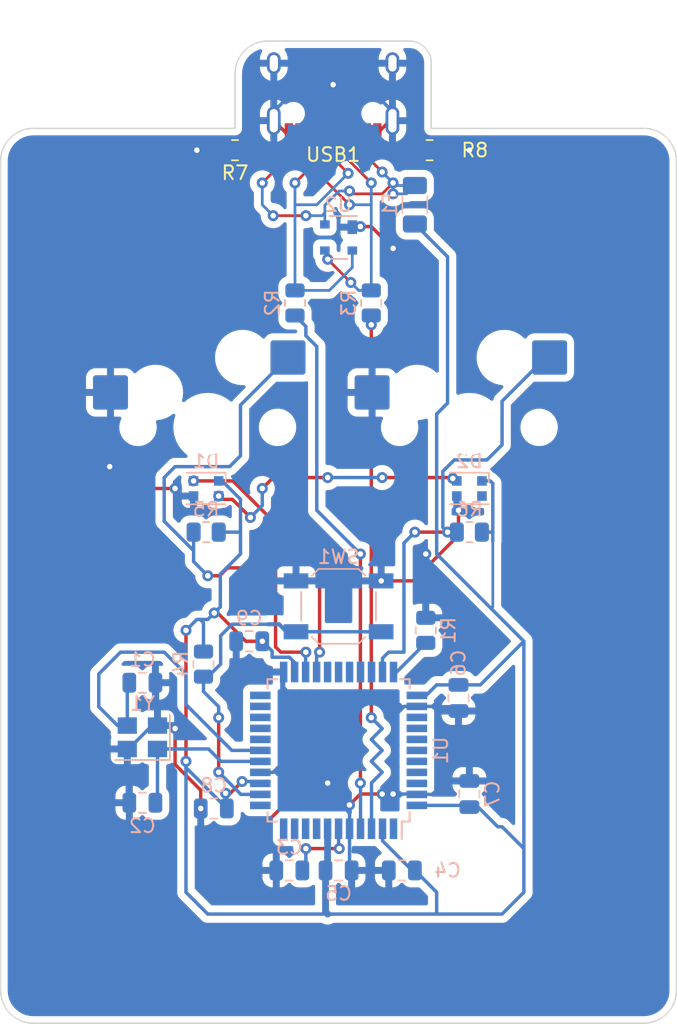
<source format=kicad_pcb>
(kicad_pcb (version 20211014) (generator pcbnew)
  (layers (0 "F.Cu" signal) (31 "B.Cu" signal) (34 "B.Paste" user) (35 "F.Paste" user) (36 "B.SilkS" user "B.Silkscreen") (37 "F.SilkS" user "F.Silkscreen") (38 "B.Mask" user) (39 "F.Mask" user) (44 "Edge.Cuts" user))
  (net 0 "")
  (net 1 "GND")
  (net 2 "Net-(C1-Pad2)")
  (net 3 "Net-(C2-Pad2)")
  (net 4 "Net-(C3-Pad1)")
  (net 5 "+5V")
  (net 6 "VCC")
  (net 7 "Net-(MX1-Pad2)")
  (net 8 "Net-(MX2-Pad2)")
  (net 9 "Net-(R1-Pad1)")
  (net 10 "D+")
  (net 11 "Net-(R2-Pad2)")
  (net 12 "D-")
  (net 13 "Net-(R3-Pad2)")
  (net 14 "Net-(R4-Pad2)")
  (net 25 "Net-(D1-Pad2)")
  (net 39 "RGBLED")
  (net 41 "Net-(R7-Pad1)")
  (net 42 "Net-(R8-Pad1)")
  (footprint "Type-C:HRO-TYPE-C-31-M-12-Assembly" (layer "F.Cu") (at 159.940625 52.19375 180)
    (fp_text reference "USB1")
    (fp_text value "HRO-TYPE-C-31-M-12")
  )
  (footprint "MX_Hotswap:MX-Hotswap-1U" (layer "F.Cu") (at 150.8125 81.28)
    (fp_text reference "MX1")
    (fp_text value "MX-NoLED")
  )
  (footprint "Resistor_SMD:R_0805_2012Metric" (layer "F.Cu") (at 152.796875 61.11875 180)
    (fp_text reference "R7")
    (fp_text value "5.1k")
  )
  (footprint "Resistor_SMD:R_0805_2012Metric" (layer "F.Cu") (at 166.965625 61.11875)
    (fp_text reference "R8")
    (fp_text value "5.1k")
  )
  (footprint "MX_Hotswap:MX-Hotswap-1U" (layer "F.Cu") (at 169.8625 81.28)
    (fp_text reference "MX2")
    (fp_text value "MX-NoLED")
  )
  (footprint "Capacitor_SMD:C_0805_2012Metric" (layer "B.Cu") (at 151.25 109 180)
    (fp_text reference "C8")
    (fp_text value "0.1uF")
  )
  (footprint "Capacitor_SMD:C_0805_2012Metric" (layer "B.Cu") (at 146.05 99.85375 180)
    (fp_text reference "C1")
    (fp_text value "22pF")
  )
  (footprint "Resistor_SMD:R_0805_2012Metric" (layer "B.Cu") (at 150.5 98.5 -90)
    (fp_text reference "R4")
    (fp_text value "10k")
  )
  (footprint "Package_QFP:TQFP-44_10x10mm_P0.8mm" (layer "B.Cu") (at 160.3375 104.775 90)
    (fp_text reference "U1")
    (fp_text value "ATmega32U4-A")
  )
  (footprint "Resistor_SMD:R_0805_2012Metric" (layer "B.Cu") (at 166.6875 96.04375 90)
    (fp_text reference "R1")
    (fp_text value "10k")
  )
  (footprint "Resistor_SMD:R_0805_2012Metric" (layer "B.Cu") (at 150.69375 88.9 180)
    (fp_text reference "R5")
    (fp_text value "10k")
  )
  (footprint "Capacitor_SMD:C_0805_2012Metric" (layer "B.Cu") (at 169.06875 100.9625 -90)
    (fp_text reference "C6")
    (fp_text value "0.1uF")
  )
  (footprint "Capacitor_SMD:C_0805_2012Metric" (layer "B.Cu") (at 156.75 113.50625 180)
    (fp_text reference "C3")
    (fp_text value "C_Small")
  )
  (footprint "Capacitor_SMD:C_0805_2012Metric" (layer "B.Cu") (at 146.05 108.585)
    (fp_text reference "C2")
    (fp_text value "22pF")
  )
  (footprint "Button_Switch_SMD:SW_SPST_SKQG_WithStem" (layer "B.Cu") (at 160.3375 94.2975 180)
    (fp_text reference "SW1")
    (fp_text value "SW_Push")
  )
  (footprint "Capacitor_SMD:C_0805_2012Metric" (layer "B.Cu") (at 160.3375 113.50625)
    (fp_text reference "C5")
    (fp_text value "0.1uF")
  )
  (footprint "LED_SMD:LED_WS2812B-2020_PLCC4_2.0x2.0mm" (layer "B.Cu") (at 169.8625 85.725 180)
    (fp_text reference "D2")
    (fp_text value "WS2812B")
  )
  (footprint "Capacitor_SMD:C_0805_2012Metric" (layer "B.Cu") (at 164.94375 113.50625 180)
    (fp_text reference "C4")
    (fp_text value "0.1uF")
  )
  (footprint "Capacitor_SMD:C_0805_2012Metric" (layer "B.Cu") (at 153.83125 96.8375 180)
    (fp_text reference "C9")
    (fp_text value "0.1uF")
  )
  (footprint "Capacitor_SMD:C_0805_2012Metric" (layer "B.Cu") (at 169.8625 107.95 90)
    (fp_text reference "C7")
    (fp_text value "10uF")
  )
  (footprint "Crystal:Crystal_SMD_3225-4Pin_3.2x2.5mm" (layer "B.Cu") (at 146.05 103.8225 180)
    (fp_text reference "Y1")
    (fp_text value "16MHz")
  )
  (footprint "LED_SMD:LED_WS2812B-2020_PLCC4_2.0x2.0mm" (layer "B.Cu") (at 150.69125 85.725 180)
    (fp_text reference "D1")
    (fp_text value "WS2812B")
  )
  (footprint "Fuse:Fuse_1206_3216Metric" (layer "B.Cu") (at 165.89375 65.0875 -90)
    (fp_text reference "F1")
    (fp_text value "500mA")
  )
  (footprint "Resistor_SMD:R_0805_2012Metric" (layer "B.Cu") (at 157.1625 72.23125 -90)
    (fp_text reference "R2")
    (fp_text value "22")
  )
  (footprint "Resistor_SMD:R_0805_2012Metric" (layer "B.Cu") (at 162.71875 72.23125 -90)
    (fp_text reference "R3")
    (fp_text value "22")
  )
  (footprint "Package_TO_SOT_SMD:SOT-143" (layer "B.Cu") (at 160.3375 67.46875 180)
    (fp_text reference "U2")
    (fp_text value "PRTR5V0U2X")
  )
  (footprint "Resistor_SMD:R_0805_2012Metric" (layer "B.Cu") (at 169.8625 88.9 180)
    (fp_text reference "R6")
    (fp_text value "10k")
  )
  (gr_line (start 152.796875 55.5625) (end 152.796875 59.53125) (layer "Edge.Cuts") (width 0.1))
  (gr_line (start 184.94375 122.2375) (end 184.94375 61.9125) (layer "Edge.Cuts") (width 0.1))
  (gr_line (start 167.084375 59.53125) (end 167.084375 54.76875) (layer "Edge.Cuts") (width 0.1))
  (gr_arc (start 182.5625 59.53125) (mid 184.246298 60.228702) (end 184.94375 61.9125) (layer "Edge.Cuts") (width 0.1))
  (gr_arc (start 184.94375 122.2375) (mid 184.246298 123.921298) (end 182.5625 124.61875) (layer "Edge.Cuts") (width 0.1))
  (gr_line (start 167.084375 59.53125) (end 167.48125 59.53125) (layer "Edge.Cuts") (width 0.1))
  (gr_line (start 182.5625 59.53125) (end 167.48125 59.53125) (layer "Edge.Cuts") (width 0.1))
  (gr_arc (start 152.796875 55.5625) (mid 153.494327 53.878702) (end 155.178125 53.18125) (layer "Edge.Cuts") (width 0.1))
  (gr_line (start 135.73125 61.9125) (end 135.73125 122.2375) (layer "Edge.Cuts") (width 0.1))
  (gr_arc (start 165.496875 53.18125) (mid 166.619407 53.646218) (end 167.084375 54.76875) (layer "Edge.Cuts") (width 0.1))
  (gr_line (start 138.1125 124.61875) (end 182.5625 124.61875) (layer "Edge.Cuts") (width 0.1))
  (gr_line (start 165.496875 53.18125) (end 155.178125 53.18125) (layer "Edge.Cuts") (width 0.1))
  (gr_arc (start 135.73125 61.9125) (mid 136.428702 60.228702) (end 138.1125 59.53125) (layer "Edge.Cuts") (width 0.1))
  (gr_line (start 152.796875 59.53125) (end 138.1125 59.53125) (layer "Edge.Cuts") (width 0.1))
  (gr_arc (start 138.1125 124.61875) (mid 136.428702 123.921298) (end 135.73125 122.2375) (layer "Edge.Cuts") (width 0.1))
  (segment (start 159.915625 54.79375) (end 159.940625 54.81875) (width 0.25) (layer "F.Cu") (net 1))
  (segment (start 167.878125 61.11875) (end 169.8625 61.11875) (width 0.2) (layer "F.Cu") (net 1))
  (segment (start 145.25625 85.725) (end 143.66875 84.1375) (width 0.25) (layer "F.Cu") (net 1))
  (segment (start 148.43125 105.800305) (end 150.3 107.669055) (width 0.25) (layer "F.Cu") (net 1))
  (segment (start 148.43125 103.1875) (end 148.43125 105.800305) (width 0.25) (layer "F.Cu") (net 1))
  (segment (start 157.1625 107.95) (end 153.9875 111.125) (width 0.25) (layer "F.Cu") (net 1))
  (segment (start 161.13125 108.74375) (end 161.925 107.95) (width 0.25) (layer "F.Cu") (net 1))
  (segment (start 163.5125 107.95) (end 164.30625 107.95) (width 0.25) (layer "F.Cu") (net 1))
  (segment (start 164.260625 54.79375) (end 159.915625 54.79375) (width 0.25) (layer "F.Cu") (net 1))
  (segment (start 159.915625 54.79375) (end 155.620625 54.79375) (width 0.25) (layer "F.Cu") (net 1))
  (segment (start 153.9875 111.125) (end 150.8125 111.125) (width 0.25) (layer "F.Cu") (net 1))
  (segment (start 160.3375 107.95) (end 157.1625 107.95) (width 0.25) (layer "F.Cu") (net 1))
  (segment (start 161.925 107.95) (end 163.5125 107.95) (width 0.25) (layer "F.Cu") (net 1))
  (segment (start 150.3 107.669055) (end 150.3 109) (width 0.25) (layer "F.Cu") (net 1))
  (segment (start 169.06875 89.131555) (end 166.803278 91.397028) (width 0.25) (layer "F.Cu") (net 1))
  (segment (start 164.080625 58.97375) (end 163.165625 59.88875) (width 0.25) (layer "F.Cu") (net 1))
  (segment (start 166.6875 91.28125) (end 166.6875 90.4875) (width 0.25) (layer "F.Cu") (net 1))
  (segment (start 166.803278 91.397028) (end 165.752805 92.4475) (width 0.25) (layer "F.Cu") (net 1))
  (segment (start 159.940625 54.81875) (end 159.940625 56.35625) (width 0.25) (layer "F.Cu") (net 1))
  (segment (start 159.54375 107.15625) (end 160.3375 107.95) (width 0.25) (layer "F.Cu") (net 1))
  (segment (start 162.71875 66.675) (end 164.30625 68.2625) (width 0.25) (layer "F.Cu") (net 1))
  (segment (start 161.925 66.675) (end 162.71875 66.675) (width 0.25) (layer "F.Cu") (net 1))
  (segment (start 160.3375 107.95) (end 161.13125 108.74375) (width 0.25) (layer "F.Cu") (net 1))
  (segment (start 150.3 110.6125) (end 150.3 109) (width 0.25) (layer "F.Cu") (net 1))
  (segment (start 151.884375 61.11875) (end 150.01875 61.11875) (width 0.2) (layer "F.Cu") (net 1))
  (segment (start 156.535625 59.88875) (end 155.620625 58.97375) (width 0.25) (layer "F.Cu") (net 1))
  (segment (start 166.803278 91.397028) (end 166.6875 91.28125) (width 0.25) (layer "F.Cu") (net 1))
  (segment (start 164.260625 58.97375) (end 164.080625 58.97375) (width 0.25) (layer "F.Cu") (net 1))
  (segment (start 148.43125 85.725) (end 145.25625 85.725) (width 0.25) (layer "F.Cu") (net 1))
  (segment (start 169.06875 87.3125) (end 169.06875 89.131555) (width 0.25) (layer "F.Cu") (net 1))
  (segment (start 150.8125 111.125) (end 150.3 110.6125) (width 0.25) (layer "F.Cu") (net 1))
  (segment (start 165.752805 92.4475) (end 163.44325 92.4475) (width 0.25) (layer "F.Cu") (net 1))
  (segment (start 156.715625 59.88875) (end 156.535625 59.88875) (width 0.25) (layer "F.Cu") (net 1))
  (via (at 148.43125 103.1875) (size 0.8) (drill 0.4) (layers "F.Cu" "B.Cu") (net 1))
  (via (at 164.30625 107.95) (size 0.8) (drill 0.4) (layers "F.Cu" "B.Cu") (net 1))
  (via (at 159.940625 56.35625) (size 0.8) (drill 0.4) (layers "F.Cu" "B.Cu") (net 1))
  (via (at 161.925 66.675) (size 0.8) (drill 0.4) (layers "F.Cu" "B.Cu") (net 1))
  (via (at 169.06875 87.3125) (size 0.8) (drill 0.4) (layers "F.Cu" "B.Cu") (net 1))
  (via (at 159.54375 107.15625) (size 0.8) (drill 0.4) (layers "F.Cu" "B.Cu") (net 1))
  (via (at 163.5125 107.95) (size 0.8) (drill 0.4) (layers "F.Cu" "B.Cu") (net 1))
  (via (at 163.44325 92.4475) (size 0.8) (drill 0.4) (layers "F.Cu" "B.Cu") (net 1))
  (via (at 164.30625 68.2625) (size 0.8) (drill 0.4) (layers "F.Cu" "B.Cu") (net 1))
  (via (at 143.66875 84.1375) (size 0.8) (drill 0.4) (layers "F.Cu" "B.Cu") (net 1))
  (via (at 148.43125 85.725) (size 0.8) (drill 0.4) (layers "F.Cu" "B.Cu") (net 1))
  (via (at 161.13125 108.74375) (size 0.8) (drill 0.4) (layers "F.Cu" "B.Cu") (net 1))
  (via (at 150.3 109) (size 0.8) (drill 0.4) (layers "F.Cu" "B.Cu") (net 1))
  (via (at 166.6875 90.4875) (size 0.8) (drill 0.4) (layers "F.Cu" "B.Cu") (net 1))
  (via (at 150.01875 61.11875) (size 0.8) (drill 0.4) (layers "F.Cu" "B.Cu") (net 1))
  (via (at 169.8625 61.11875) (size 0.8) (drill 0.4) (layers "F.Cu" "B.Cu") (net 1))
  (segment (start 168.9475 86.275) (end 168.9475 87.19125) (width 0.25) (layer "B.Cu") (net 1))
  (segment (start 161.88125 66.71875) (end 161.925 66.675) (width 0.25) (layer "B.Cu") (net 1))
  (segment (start 168.9475 87.19125) (end 169.06875 87.3125) (width 0.25) (layer "B.Cu") (net 1))
  (segment (start 156.765625 57.15) (end 155.620625 58.295) (width 0.25) (layer "B.Cu") (net 1))
  (segment (start 160.734375 57.15) (end 163.115625 57.15) (width 0.25) (layer "B.Cu") (net 1))
  (segment (start 145.05 104.6725) (end 146.75 102.9725) (width 0.25) (layer "B.Cu") (net 1))
  (segment (start 144.95 104.6725) (end 145.05 104.6725) (width 0.25) (layer "B.Cu") (net 1))
  (segment (start 157.95625 105.56875) (end 159.54375 107.15625) (width 0.25) (layer "B.Cu") (net 1))
  (segment (start 161.1375 110.475) (end 161.1375 113.35625) (width 0.25) (layer "B.Cu") (net 1))
  (segment (start 155.5625 106.375) (end 154.6375 106.375) (width 0.25) (layer "B.Cu") (net 1))
  (segment (start 159.940625 56.35625) (end 160.734375 57.15) (width 0.25) (layer "B.Cu") (net 1))
  (segment (start 164.260625 58.295) (end 164.260625 58.97375) (width 0.25) (layer "B.Cu") (net 1))
  (segment (start 156.36875 105.56875) (end 155.5625 106.375) (width 0.25) (layer "B.Cu") (net 1))
  (segment (start 156.36875 105.56875) (end 157.95625 105.56875) (width 0.25) (layer "B.Cu") (net 1))
  (segment (start 168.43125 107) (end 167.45625 107.975) (width 0.25) (layer "B.Cu") (net 1))
  (segment (start 156.3375 102.594055) (end 156.36875 102.625305) (width 0.25) (layer "B.Cu") (net 1))
  (segment (start 169.06875 101.9125) (end 168.75625 101.6) (width 0.25) (layer "B.Cu") (net 1))
  (segment (start 155.620625 58.295) (end 155.620625 58.97375) (width 0.25) (layer "B.Cu") (net 1))
  (segment (start 156.36875 102.625305) (end 156.36875 105.56875) (width 0.25) (layer "B.Cu") (net 1))
  (segment (start 166.0125 107.95) (end 166.0375 107.975) (width 0.25) (layer "B.Cu") (net 1))
  (segment (start 163.115625 57.15) (end 164.260625 58.295) (width 0.25) (layer "B.Cu") (net 1))
  (segment (start 147 99.85375) (end 147.15 100.00375) (width 0.25) (layer "B.Cu") (net 1))
  (segment (start 167.48125 101.6) (end 167.45625 101.575) (width 0.25) (layer "B.Cu") (net 1))
  (segment (start 161.1375 110.475) (end 161.1375 108.75) (width 0.25) (layer "B.Cu") (net 1))
  (segment (start 164.30625 107.95) (end 166.0125 107.95) (width 0.25) (layer "B.Cu") (net 1))
  (segment (start 159.146875 57.15) (end 156.765625 57.15) (width 0.25) (layer "B.Cu") (net 1))
  (segment (start 167.45625 101.575) (end 166.0375 101.575) (width 0.25) (layer "B.Cu") (net 1))
  (segment (start 165.125 101.575) (end 164.30625 102.39375) (width 0.25) (layer "B.Cu") (net 1))
  (segment (start 148.21625 102.9725) (end 148.43125 103.1875) (width 0.25) (layer "B.Cu") (net 1))
  (segment (start 161.1375 108.75) (end 161.13125 108.74375) (width 0.25) (layer "B.Cu") (net 1))
  (segment (start 161.3375 66.71875) (end 161.88125 66.71875) (width 0.25) (layer "B.Cu") (net 1))
  (segment (start 161.1375 113.35625) (end 161.2875 113.50625) (width 0.25) (layer "B.Cu") (net 1))
  (segment (start 147.15 102.9725) (end 148.21625 102.9725) (width 0.25) (layer "B.Cu") (net 1))
  (segment (start 168.75625 101.6) (end 167.48125 101.6) (width 0.25) (layer "B.Cu") (net 1))
  (segment (start 143.66875 78.79875) (end 143.7275 78.74) (width 0.25) (layer "B.Cu") (net 1))
  (segment (start 149.77625 86.275) (end 148.98125 86.275) (width 0.25) (layer "B.Cu") (net 1))
  (segment (start 148.98125 86.275) (end 148.43125 85.725) (width 0.25) (layer "B.Cu") (net 1))
  (segment (start 159.940625 56.35625) (end 159.146875 57.15) (width 0.25) (layer "B.Cu") (net 1))
  (segment (start 169.8625 107) (end 168.43125 107) (width 0.25) (layer "B.Cu") (net 1))
  (segment (start 156.3375 99.075) (end 156.3375 102.594055) (width 0.25) (layer "B.Cu") (net 1))
  (segment (start 143.66875 84.1375) (end 143.66875 78.79875) (width 0.25) (layer "B.Cu") (net 1))
  (segment (start 167.45625 107.975) (end 166.0375 107.975) (width 0.25) (layer "B.Cu") (net 1))
  (segment (start 145.1 108.585) (end 144.95 108.435) (width 0.25) (layer "B.Cu") (net 1))
  (segment (start 164.30625 102.39375) (end 164.30625 107.15625) (width 0.25) (layer "B.Cu") (net 1))
  (segment (start 147.15 100.00375) (end 147.15 102.9725) (width 0.25) (layer "B.Cu") (net 1))
  (segment (start 157.2375 92.4475) (end 163.4375 92.4475) (width 0.25) (layer "B.Cu") (net 1))
  (segment (start 146.75 102.9725) (end 147.15 102.9725) (width 0.25) (layer "B.Cu") (net 1))
  (segment (start 163.99375 113.50625) (end 161.2875 113.50625) (width 0.25) (layer "B.Cu") (net 1))
  (segment (start 144.95 108.435) (end 144.95 104.6725) (width 0.25) (layer "B.Cu") (net 1))
  (segment (start 164.30625 107.15625) (end 163.5125 107.95) (width 0.25) (layer "B.Cu") (net 1))
  (segment (start 166.0375 101.575) (end 165.125 101.575) (width 0.25) (layer "B.Cu") (net 1))
  (segment (start 154.6375 104.775) (end 152.55875 104.775) (width 0.25) (layer "B.Cu") (net 2))
  (segment (start 144.95 102.9725) (end 144.95 100.00375) (width 0.25) (layer "B.Cu") (net 2))
  (segment (start 152.55875 104.775) (end 149.225 101.44125) (width 0.25) (layer "B.Cu") (net 2))
  (segment (start 142.875 99.21875) (end 142.875 101.6) (width 0.25) (layer "B.Cu") (net 2))
  (segment (start 142.875 101.6) (end 144.2475 102.9725) (width 0.25) (layer "B.Cu") (net 2))
  (segment (start 144.4625 97.63125) (end 142.875 99.21875) (width 0.25) (layer "B.Cu") (net 2))
  (segment (start 144.2475 102.9725) (end 144.95 102.9725) (width 0.25) (layer "B.Cu") (net 2))
  (segment (start 144.95 100.00375) (end 145.1 99.85375) (width 0.25) (layer "B.Cu") (net 2))
  (segment (start 149.225 99.21875) (end 147.6375 97.63125) (width 0.25) (layer "B.Cu") (net 2))
  (segment (start 147.6375 97.63125) (end 144.4625 97.63125) (width 0.25) (layer "B.Cu") (net 2))
  (segment (start 149.225 101.44125) (end 149.225 99.21875) (width 0.25) (layer "B.Cu") (net 2))
  (segment (start 150.86875 104.6725) (end 147.15 104.6725) (width 0.25) (layer "B.Cu") (net 3))
  (segment (start 154.6375 105.575) (end 151.77125 105.575) (width 0.25) (layer "B.Cu") (net 3))
  (segment (start 147.15 108.435) (end 147.15 104.6725) (width 0.25) (layer "B.Cu") (net 3))
  (segment (start 151.77125 105.575) (end 150.86875 104.6725) (width 0.25) (layer "B.Cu") (net 3))
  (segment (start 147 108.585) (end 147.15 108.435) (width 0.25) (layer "B.Cu") (net 3))
  (segment (start 160.387 111.91875) (end 157.95625 111.91875) (width 0.25) (layer "F.Cu") (net 4))
  (via (at 157.95625 111.91875) (size 0.8) (drill 0.4) (layers "F.Cu" "B.Cu") (net 4))
  (via (at 160.387 111.91875) (size 0.8) (drill 0.4) (layers "F.Cu" "B.Cu") (net 4))
  (segment (start 160.3375 110.475) (end 160.3375 111.86925) (width 0.25) (layer "B.Cu") (net 4))
  (segment (start 157.95625 113.25) (end 157.7 113.50625) (width 0.25) (layer "B.Cu") (net 4))
  (segment (start 157.95625 111.91875) (end 157.95625 113.25) (width 0.25) (layer "B.Cu") (net 4))
  (segment (start 160.3375 111.86925) (end 160.387 111.91875) (width 0.25) (layer "B.Cu") (net 4))
  (segment (start 154.78125 96.8375) (end 153.5875 96.8375) (width 0.25) (layer "F.Cu") (net 5))
  (segment (start 149.225 105.56875) (end 149.225 96.04375) (width 0.25) (layer "F.Cu") (net 5))
  (segment (start 152.109576 107.890424) (end 152.459576 107.890424) (width 0.25) (layer "F.Cu") (net 5))
  (segment (start 153.5875 96.8375) (end 151.53125 94.78125) (width 0.25) (layer "F.Cu") (net 5))
  (segment (start 152.459576 107.890424) (end 153.309174 107.040826) (width 0.25) (layer "F.Cu") (net 5))
  (segment (start 151.53125 94.78125) (end 151.28125 94.78125) (width 0.25) (layer "F.Cu") (net 5))
  (via (at 153.309174 107.040826) (size 0.8) (drill 0.4) (layers "F.Cu" "B.Cu") (net 5))
  (via (at 149.225 105.56875) (size 0.8) (drill 0.4) (layers "F.Cu" "B.Cu") (net 5))
  (via (at 149.225 96.04375) (size 0.8) (drill 0.4) (layers "F.Cu" "B.Cu") (net 5))
  (via (at 152.109576 107.890424) (size 0.8) (drill 0.4) (layers "F.Cu" "B.Cu") (net 5))
  (via (at 151.28125 94.78125) (size 0.8) (drill 0.4) (layers "F.Cu" "B.Cu") (net 5))
  (via (at 154.78125 96.8375) (size 0.8) (drill 0.4) (layers "F.Cu" "B.Cu") (net 5))
  (segment (start 152.2 107.980848) (end 152.109576 107.890424) (width 0.25) (layer "B.Cu") (net 5))
  (segment (start 167.48125 90.4875) (end 171.45 94.45625) (width 0.25) (layer "B.Cu") (net 5))
  (segment (start 171.56875 85.36625) (end 171.56875 89.575) (width 0.25) (layer "B.Cu") (net 5))
  (segment (start 155.5 97.55625) (end 155.5 98) (width 0.25) (layer "B.Cu") (net 5))
  (segment (start 159.5375 110.475) (end 159.5375 113.35625) (width 0.5) (layer "B.Cu") (net 5))
  (segment (start 170.775 88.9) (end 171.56875 88.9) (width 0.25) (layer "B.Cu") (net 5))
  (segment (start 166.0375 100.775) (end 166.71875 100.775) (width 0.25) (layer "B.Cu") (net 5))
  (segment (start 150.5 97.5875) (end 150.5 95.5) (width 0.25) (layer "B.Cu") (net 5))
  (segment (start 168.275 68.86875) (end 168.275 79.517367) (width 0.25) (layer "B.Cu") (net 5))
  (segment (start 149.225 115.09375) (end 149.225 105.56875) (width 0.25) (layer "B.Cu") (net 5))
  (segment (start 153.309174 107.040826) (end 154.503326 107.040826) (width 0.25) (layer "B.Cu") (net 5))
  (segment (start 173.83125 111.91875) (end 173.83125 115.09375) (width 0.25) (layer "B.Cu") (net 5))
  (segment (start 171.3775 85.175) (end 171.56875 85.36625) (width 0.25) (layer "B.Cu") (net 5))
  (segment (start 151.725 91.95625) (end 151.725 94.3375) (width 0.25) (layer "B.Cu") (net 5))
  (segment (start 172.24375 110.33125) (end 171.930146 110.33125) (width 0.25) (layer "B.Cu") (net 5))
  (segment (start 166.0375 108.775) (end 169.7375 108.775) (width 0.25) (layer "B.Cu") (net 5))
  (segment (start 152.2 109) (end 152.2 107.980848) (width 0.25) (layer "B.Cu") (net 5))
  (segment (start 166.71875 100.775) (end 167.48125 100.0125) (width 0.25) (layer "B.Cu") (net 5))
  (segment (start 154.503326 107.040826) (end 154.6375 107.175) (width 0.25) (layer "B.Cu") (net 5))
  (segment (start 150.8125 116.68125) (end 149.225 115.09375) (width 0.25) (layer "B.Cu") (net 5))
  (segment (start 153.19375 90.4875) (end 153.19375 86.5125) (width 0.25) (layer "B.Cu") (net 5))
  (segment (start 151.28125 94.78125) (end 150.8125 95.25) (width 0.25) (layer "B.Cu") (net 5))
  (segment (start 167.48125 115.09375) (end 167.48125 116.68125) (width 0.25) (layer "B.Cu") (net 5))
  (segment (start 152.2 109) (end 149.225 106.025) (width 0.25) (layer "B.Cu") (net 5))
  (segment (start 159.5375 113.35625) (end 159.3875 113.50625) (width 0.5) (layer "B.Cu") (net 5))
  (segment (start 165.89375 113.50625) (end 165.69375 113.50625) (width 0.25) (layer "B.Cu") (net 5))
  (segment (start 155.5 98) (end 156.75 98) (width 0.25) (layer "B.Cu") (net 5))
  (segment (start 165.89375 66.4875) (end 168.275 68.86875) (width 0.25) (layer "B.Cu") (net 5))
  (segment (start 159.3875 116.525) (end 159.54375 116.68125) (width 0.5) (layer "B.Cu") (net 5))
  (segment (start 173.83125 96.8375) (end 173.83125 111.91875) (width 0.25) (layer "B.Cu") (net 5))
  (segment (start 172.24375 116.68125) (end 167.48125 116.68125) (width 0.25) (layer "B.Cu") (net 5))
  (segment (start 170.65625 100.0125) (end 169.06875 100.0125) (width 0.25) (layer "B.Cu") (net 5))
  (segment (start 156.75 98) (end 157.1375 98.3875) (width 0.25) (layer "B.Cu") (net 5))
  (segment (start 171.930146 110.33125) (end 170.180698 108.581802) (width 0.25) (layer "B.Cu") (net 5))
  (segment (start 153.19375 88.9) (end 153.19375 89.69375) (width 0.25) (layer "B.Cu") (net 5))
  (segment (start 165.69375 113.50625) (end 163.5375 111.35) (width 0.25) (layer "B.Cu") (net 5))
  (segment (start 159.3875 113.50625) (end 159.3875 116.525) (width 0.5) (layer "B.Cu") (net 5))
  (segment (start 163.5375 111.35) (end 163.5375 110.475) (width 0.25) (layer "B.Cu") (net 5))
  (segment (start 167.48125 100.0125) (end 169.06875 100.0125) (width 0.25) (layer "B.Cu") (net 5))
  (segment (start 170.7775 85.175) (end 171.3775 85.175) (width 0.25) (layer "B.Cu") (net 5))
  (segment (start 171.56875 89.575) (end 171.56875 94.3375) (width 0.2) (layer "B.Cu") (net 5))
  (segment (start 173.83125 111.91875) (end 172.24375 110.33125) (width 0.25) (layer "B.Cu") (net 5))
  (segment (start 153.19375 90.4875) (end 151.725 91.95625) (width 0.25) (layer "B.Cu") (net 5))
  (segment (start 153.19375 86.5125) (end 151.85625 85.175) (width 0.25) (layer "B.Cu") (net 5))
  (segment (start 151.725 94.3375) (end 151.28125 94.78125) (width 0.25) (layer "B.Cu") (net 5))
  (segment (start 149.225 96.04375) (end 150.01875 95.25) (width 0.25) (layer "B.Cu") (net 5))
  (segment (start 171.45 94.45625) (end 173.83125 96.8375) (width 0.25) (layer "B.Cu") (net 5))
  (segment (start 173.83125 96.8375) (end 170.65625 100.0125) (width 0.25) (layer "B.Cu") (net 5))
  (segment (start 150.01875 95.25) (end 150.25 95.25) (width 0.25) (layer "B.Cu") (net 5))
  (segment (start 149.225 106.025) (end 149.225 105.56875) (width 0.25) (layer "B.Cu") (net 5))
  (segment (start 153.19375 89.69375) (end 153.19375 90.4875) (width 0.25) (layer "B.Cu") (net 5))
  (segment (start 171.56875 94.3375) (end 171.45 94.45625) (width 0.2) (layer "B.Cu") (net 5))
  (segment (start 173.83125 115.09375) (end 172.24375 116.68125) (width 0.25) (layer "B.Cu") (net 5))
  (segment (start 151.85625 85.175) (end 151.60625 85.175) (width 0.25) (layer "B.Cu") (net 5))
  (segment (start 150.25 95.25) (end 150.8125 95.25) (width 0.25) (layer "B.Cu") (net 5))
  (segment (start 168.275 79.517367) (end 167.48125 80.311117) (width 0.25) (layer "B.Cu") (net 5))
  (segment (start 171.56875 88.9) (end 171.56875 89.575) (width 0.2) (layer "B.Cu") (net 5))
  (segment (start 167.48125 80.311117) (end 167.48125 90.4875) (width 0.25) (layer "B.Cu") (net 5))
  (segment (start 157.1375 98.3875) (end 157.1375 99.075) (width 0.25) (layer "B.Cu") (net 5))
  (segment (start 151.60625 88.9) (end 153.19375 88.9) (width 0.25) (layer "B.Cu") (net 5))
  (segment (start 167.48125 116.68125) (end 159.54375 116.68125) (width 0.25) (layer "B.Cu") (net 5))
  (segment (start 169.7375 108.775) (end 169.8625 108.9) (width 0.25) (layer "B.Cu") (net 5))
  (segment (start 150.5 95.5) (end 150.25 95.25) (width 0.25) (layer "B.Cu") (net 5))
  (segment (start 159.54375 116.68125) (end 150.8125 116.68125) (width 0.25) (layer "B.Cu") (net 5))
  (segment (start 165.89375 113.50625) (end 167.48125 115.09375) (width 0.25) (layer "B.Cu") (net 5))
  (segment (start 154.78125 96.8375) (end 155.5 97.55625) (width 0.25) (layer "B.Cu") (net 5))
  (segment (start 164.2125 64.2) (end 164.30625 64.29375) (width 0.2) (layer "F.Cu") (net 6))
  (segment (start 157.490625 60.790625) (end 154.78125 63.5) (width 0.2) (layer "F.Cu") (net 6))
  (segment (start 162.390625 59.70625) (end 162.390625 59.88875) (width 0.2) (layer "F.Cu") (net 6))
  (segment (start 163.5125 62.70625) (end 162.390625 61.584375) (width 0.2) (layer "F.Cu") (net 6))
  (segment (start 161.13125 64.087997) (end 161.337003 64.29375) (width 0.2) (layer "F.Cu") (net 6))
  (segment (start 163.5125 64.29375) (end 164.30625 63.5) (width 0.2) (layer "F.Cu") (net 6))
  (segment (start 162.565625 59.53125) (end 162.390625 59.70625) (width 0.2) (layer "F.Cu") (net 6))
  (segment (start 162.390625 61.584375) (end 162.390625 59.88875) (width 0.2) (layer "F.Cu") (net 6))
  (segment (start 157.490625 59.88875) (end 157.490625 60.790625) (width 0.2) (layer "F.Cu") (net 6))
  (segment (start 161.337003 64.29375) (end 162.71875 64.29375) (width 0.2) (layer "F.Cu") (net 6))
  (segment (start 162.71875 64.29375) (end 163.5125 64.29375) (width 0.2) (layer "F.Cu") (net 6))
  (segment (start 155.575 65.88125) (end 157.95625 65.88125) (width 0.2) (layer "F.Cu") (net 6))
  (via (at 161.13125 64.087997) (size 0.8) (drill 0.4) (layers "F.Cu" "B.Cu") (net 6))
  (via (at 164.30625 64.29375) (size 0.8) (drill 0.4) (layers "F.Cu" "B.Cu") (net 6))
  (via (at 157.95625 65.88125) (size 0.8) (drill 0.4) (layers "F.Cu" "B.Cu") (net 6))
  (via (at 163.5125 62.70625) (size 0.8) (drill 0.4) (layers "F.Cu" "B.Cu") (net 6))
  (via (at 155.575 65.88125) (size 0.8) (drill 0.4) (layers "F.Cu" "B.Cu") (net 6))
  (via (at 154.78125 63.5) (size 0.8) (drill 0.4) (layers "F.Cu" "B.Cu") (net 6))
  (via (at 164.30625 63.5) (size 0.8) (drill 0.4) (layers "F.Cu" "B.Cu") (net 6))
  (segment (start 165.2875 64.29375) (end 165.89375 63.6875) (width 0.2) (layer "B.Cu") (net 6))
  (segment (start 164.49375 63.6875) (end 163.5125 62.70625) (width 0.2) (layer "B.Cu") (net 6))
  (segment (start 159.3375 65.11976) (end 160.369263 64.087997) (width 0.2) (layer "B.Cu") (net 6))
  (segment (start 159.13125 65.88125) (end 159.3375 65.675) (width 0.2) (layer "B.Cu") (net 6))
  (segment (start 157.95625 65.88125) (end 159.13125 65.88125) (width 0.2) (layer "B.Cu") (net 6))
  (segment (start 160.369263 64.087997) (end 161.13125 64.087997) (width 0.2) (layer "B.Cu") (net 6))
  (segment (start 165.89375 63.6875) (end 164.49375 63.6875) (width 0.2) (layer "B.Cu") (net 6))
  (segment (start 154.78125 63.5) (end 154.78125 65.0875) (width 0.2) (layer "B.Cu") (net 6))
  (segment (start 159.3375 65.675) (end 159.3375 65.11976) (width 0.2) (layer "B.Cu") (net 6))
  (segment (start 164.30625 64.29375) (end 165.2875 64.29375) (width 0.2) (layer "B.Cu") (net 6))
  (segment (start 159.3375 66.51875) (end 159.3375 65.675) (width 0.2) (layer "B.Cu") (net 6))
  (segment (start 164.30625 63.5) (end 163.5125 62.70625) (width 0.2) (layer "B.Cu") (net 6))
  (segment (start 154.78125 65.0875) (end 155.575 65.88125) (width 0.2) (layer "B.Cu") (net 6))
  (segment (start 156.13125 97.63125) (end 155.75 97.25) (width 0.25) (layer "F.Cu") (net 7))
  (segment (start 155.75 91.75) (end 155.5 91.5) (width 0.25) (layer "F.Cu") (net 7))
  (segment (start 157.95625 97.63125) (end 156.13125 97.63125) (width 0.25) (layer "F.Cu") (net 7))
  (segment (start 152.25 91.5) (end 151.675 92.075) (width 0.25) (layer "F.Cu") (net 7))
  (segment (start 151.675 92.075) (end 150.8125 92.075) (width 0.25) (layer "F.Cu") (net 7))
  (segment (start 155.75 97.25) (end 155.75 91.75) (width 0.25) (layer "F.Cu") (net 7))
  (segment (start 155.5 91.5) (end 152.25 91.5) (width 0.25) (layer "F.Cu") (net 7))
  (via (at 150.8125 92.075) (size 0.8) (drill 0.4) (layers "F.Cu" "B.Cu") (net 7))
  (via (at 157.95625 97.63125) (size 0.8) (drill 0.4) (layers "F.Cu" "B.Cu") (net 7))
  (segment (start 147.6375 88.10625) (end 147.6375 84.93125) (width 0.25) (layer "B.Cu") (net 7))
  (segment (start 157.9375 99.075) (end 157.9375 97.65) (width 0.25) (layer "B.Cu") (net 7))
  (segment (start 152.4 84.1375) (end 153.19375 83.34375) (width 0.25) (layer "B.Cu") (net 7))
  (segment (start 149.78125 90.25) (end 147.6375 88.10625) (width 0.25) (layer "B.Cu") (net 7))
  (segment (start 148.43125 84.1375) (end 152.4 84.1375) (width 0.25) (layer "B.Cu") (net 7))
  (segment (start 157.9375 97.65) (end 157.95625 97.63125) (width 0.25) (layer "B.Cu") (net 7))
  (segment (start 156.6545 76.2) (end 153.19375 79.66075) (width 0.25) (layer "B.Cu") (net 7))
  (segment (start 153.19375 79.66075) (end 153.19375 83.34375) (width 0.25) (layer "B.Cu") (net 7))
  (segment (start 149.78125 90.25) (end 149.78125 91.04375) (width 0.25) (layer "B.Cu") (net 7))
  (segment (start 147.6375 84.93125) (end 148.43125 84.1375) (width 0.25) (layer "B.Cu") (net 7))
  (segment (start 149.78125 88.9) (end 149.78125 90.25) (width 0.25) (layer "B.Cu") (net 7))
  (segment (start 149.78125 91.04375) (end 150.8125 92.075) (width 0.25) (layer "B.Cu") (net 7))
  (segment (start 165.89375 88.9) (end 168.275 88.9) (width 0.25) (layer "F.Cu") (net 8))
  (via (at 165.89375 88.9) (size 0.8) (drill 0.4) (layers "F.Cu" "B.Cu") (net 8))
  (via (at 168.275 88.9) (size 0.8) (drill 0.4) (layers "F.Cu" "B.Cu") (net 8))
  (segment (start 171.144849 83.648901) (end 172.24375 82.55) (width 0.25) (layer "B.Cu") (net 8))
  (segment (start 168.763599 83.648901) (end 171.144849 83.648901) (width 0.25) (layer "B.Cu") (net 8))
  (segment (start 163.98125 97.63125) (end 165.1 97.63125) (width 0.25) (layer "B.Cu") (net 8))
  (segment (start 167.93125 84.48125) (end 168.763599 83.648901) (width 0.25) (layer "B.Cu") (net 8))
  (segment (start 167.93125 88.55625) (end 167.93125 84.48125) (width 0.25) (layer "B.Cu") (net 8))
  (segment (start 172.24375 79.375) (end 175.41875 76.2) (width 0.25) (layer "B.Cu") (net 8))
  (segment (start 168.275 88.9) (end 167.93125 88.55625) (width 0.25) (layer "B.Cu") (net 8))
  (segment (start 165.1 89.69375) (end 165.89375 88.9) (width 0.25) (layer "B.Cu") (net 8))
  (segment (start 165.1 97.63125) (end 165.1 89.69375) (width 0.25) (layer "B.Cu") (net 8))
  (segment (start 168.275 88.9) (end 168.95 88.9) (width 0.25) (layer "B.Cu") (net 8))
  (segment (start 163.5375 99.075) (end 163.5375 98.075) (width 0.25) (layer "B.Cu") (net 8))
  (segment (start 172.24375 79.375) (end 172.24375 82.55) (width 0.25) (layer "B.Cu") (net 8))
  (segment (start 175.41875 76.2) (end 175.7045 76.2) (width 0.25) (layer "B.Cu") (net 8))
  (segment (start 163.5375 98.075) (end 163.98125 97.63125) (width 0.25) (layer "B.Cu") (net 8))
  (segment (start 164.56875 99.075) (end 166.6875 96.95625) (width 0.25) (layer "B.Cu") (net 9))
  (segment (start 164.3375 99.075) (end 164.56875 99.075) (width 0.25) (layer "B.Cu") (net 9))
  (segment (start 159.190625 61.471875) (end 159.190625 59.88875) (width 0.2) (layer "F.Cu") (net 10))
  (segment (start 157.1625 63.5) (end 159.190625 61.471875) (width 0.2) (layer "F.Cu") (net 10))
  (segment (start 160.190625 59.88875) (end 160.190625 61.961119) (width 0.2) (layer "F.Cu") (net 10))
  (segment (start 160.190625 61.961119) (end 161.033503 62.803997) (width 0.2) (layer "F.Cu") (net 10))
  (via (at 157.1625 63.5) (size 0.8) (drill 0.4) (layers "F.Cu" "B.Cu") (net 10))
  (via (at 161.033503 62.803997) (size 0.8) (drill 0.4) (layers "F.Cu" "B.Cu") (net 10))
  (segment (start 161.3375 69.64375) (end 159.6625 71.31875) (width 0.2) (layer "B.Cu") (net 10))
  (segment (start 158.75 65.0875) (end 157.1625 65.0875) (width 0.2) (layer "B.Cu") (net 10))
  (segment (start 161.3375 68.41875) (end 161.3375 69.64375) (width 0.2) (layer "B.Cu") (net 10))
  (segment (start 161.033503 62.803997) (end 158.75 65.0875) (width 0.2) (layer "B.Cu") (net 10))
  (segment (start 159.6625 71.31875) (end 157.1625 71.31875) (width 0.2) (layer "B.Cu") (net 10))
  (segment (start 157.1625 71.31875) (end 157.1625 65.0875) (width 0.2) (layer "B.Cu") (net 10))
  (segment (start 157.1625 65.0875) (end 157.1625 63.5) (width 0.2) (layer "B.Cu") (net 10))
  (segment (start 161.925 90.4875) (end 161.925 107.15625) (width 0.25) (layer "F.Cu") (net 11))
  (via (at 161.925 90.4875) (size 0.8) (drill 0.4) (layers "F.Cu" "B.Cu") (net 11))
  (via (at 161.925 107.15625) (size 0.8) (drill 0.4) (layers "F.Cu" "B.Cu") (net 11))
  (segment (start 157.95625 74.6125) (end 157.95625 73.9375) (width 0.25) (layer "B.Cu") (net 11))
  (segment (start 158.75 87.3125) (end 161.925 90.4875) (width 0.25) (layer "B.Cu") (net 11))
  (segment (start 161.925 107.15625) (end 161.9375 107.16875) (width 0.25) (layer "B.Cu") (net 11))
  (segment (start 157.95625 73.9375) (end 157.1625 73.14375) (width 0.25) (layer "B.Cu") (net 11))
  (segment (start 157.95625 74.6125) (end 158.75 75.40625) (width 0.25) (layer "B.Cu") (net 11))
  (segment (start 158.75 75.40625) (end 158.75 87.3125) (width 0.25) (layer "B.Cu") (net 11))
  (segment (start 161.9375 107.16875) (end 161.9375 110.475) (width 0.25) (layer "B.Cu") (net 11))
  (segment (start 161.228997 70.741497) (end 159.54375 69.05625) (width 0.2) (layer "F.Cu") (net 12))
  (segment (start 159.690625 59.88875) (end 159.690625 61.961119) (width 0.2) (layer "F.Cu") (net 12))
  (segment (start 159.690625 61.961119) (end 158.847747 62.803997) (width 0.2) (layer "F.Cu") (net 12))
  (segment (start 158.847747 62.803997) (end 161.13125 65.0875) (width 0.2) (layer "F.Cu") (net 12))
  (segment (start 160.690625 61.471875) (end 160.690625 59.88875) (width 0.2) (layer "F.Cu") (net 12))
  (segment (start 162.71875 63.5) (end 160.690625 61.471875) (width 0.2) (layer "F.Cu") (net 12))
  (via (at 159.54375 69.05625) (size 0.8) (drill 0.4) (layers "F.Cu" "B.Cu") (net 12))
  (via (at 161.13125 65.0875) (size 0.8) (drill 0.4) (layers "F.Cu" "B.Cu") (net 12))
  (via (at 162.71875 63.5) (size 0.8) (drill 0.4) (layers "F.Cu" "B.Cu") (net 12))
  (via (at 161.228997 70.741497) (size 0.8) (drill 0.4) (layers "F.Cu" "B.Cu") (net 12))
  (segment (start 161.13125 65.0875) (end 162.71875 65.0875) (width 0.2) (layer "B.Cu") (net 12))
  (segment (start 161.80625 71.31875) (end 161.228997 70.741497) (width 0.2) (layer "B.Cu") (net 12))
  (segment (start 159.54375 68.625) (end 159.3375 68.41875) (width 0.2) (layer "B.Cu") (net 12))
  (segment (start 162.71875 71.31875) (end 161.80625 71.31875) (width 0.2) (layer "B.Cu") (net 12))
  (segment (start 162.71875 71.31875) (end 162.71875 65.0875) (width 0.2) (layer "B.Cu") (net 12))
  (segment (start 159.54375 69.05625) (end 159.54375 68.625) (width 0.2) (layer "B.Cu") (net 12))
  (segment (start 162.71875 65.0875) (end 162.71875 63.5) (width 0.2) (layer "B.Cu") (net 12))
  (segment (start 162.71875 73.81875) (end 162.71875 102.39375) (width 0.25) (layer "F.Cu") (net 13))
  (via (at 162.71875 102.39375) (size 0.8) (drill 0.4) (layers "F.Cu" "B.Cu") (net 13))
  (via (at 162.71875 73.81875) (size 0.8) (drill 0.4) (layers "F.Cu" "B.Cu") (net 13))
  (segment (start 163.5125 106.3625) (end 162.7375 107.1375) (width 0.25) (layer "B.Cu") (net 13))
  (segment (start 162.71875 102.39375) (end 163.5125 103.1875) (width 0.25) (layer "B.Cu") (net 13))
  (segment (start 162.71875 73.81875) (end 162.71875 73.14375) (width 0.25) (layer "B.Cu") (net 13))
  (segment (start 163.5125 103.1875) (end 162.71875 103.98125) (width 0.25) (layer "B.Cu") (net 13))
  (segment (start 163.5125 104.775) (end 162.71875 105.56875) (width 0.25) (layer "B.Cu") (net 13))
  (segment (start 162.71875 103.98125) (end 163.5125 104.775) (width 0.25) (layer "B.Cu") (net 13))
  (segment (start 162.7375 107.1375) (end 162.7375 110.475) (width 0.25) (layer "B.Cu") (net 13))
  (segment (start 162.71875 105.56875) (end 163.5125 106.3625) (width 0.25) (layer "B.Cu") (net 13))
  (segment (start 151.60625 106.3625) (end 151.60625 102.39375) (width 0.25) (layer "F.Cu") (net 14))
  (via (at 151.60625 102.39375) (size 0.8) (drill 0.4) (layers "F.Cu" "B.Cu") (net 14))
  (via (at 151.60625 106.3625) (size 0.8) (drill 0.4) (layers "F.Cu" "B.Cu") (net 14))
  (segment (start 154.6375 107.975) (end 153.21875 107.975) (width 0.25) (layer "B.Cu") (net 14))
  (segment (start 152.580577 95.6) (end 151.75 96.430577) (width 0.25) (layer "B.Cu") (net 14))
  (segment (start 155.2 95.6) (end 152.580577 95.6) (width 0.25) (layer "B.Cu") (net 14))
  (segment (start 150.5 99.4125) (end 150.5 100.49375) (width 0.25) (layer "B.Cu") (net 14))
  (segment (start 151.60625 102.39375) (end 151.60625 101.6) (width 0.25) (layer "B.Cu") (net 14))
  (segment (start 156.5475 96.1475) (end 157.2375 96.1475) (width 0.3) (layer "B.Cu") (net 14))
  (segment (start 150.8375 99.4125) (end 150.5 99.4125) (width 0.25) (layer "B.Cu") (net 14))
  (segment (start 163.4375 96.1475) (end 157.2375 96.1475) (width 0.25) (layer "B.Cu") (net 14))
  (segment (start 151.75 96.430577) (end 151.75 98.5) (width 0.25) (layer "B.Cu") (net 14))
  (segment (start 153.21875 107.975) (end 151.60625 106.3625) (width 0.25) (layer "B.Cu") (net 14))
  (segment (start 150.5 100.49375) (end 151.60625 101.6) (width 0.25) (layer "B.Cu") (net 14))
  (segment (start 151.75 98.5) (end 150.8375 99.4125) (width 0.25) (layer "B.Cu") (net 14))
  (segment (start 156 95.6) (end 156.5475 96.1475) (width 0.3) (layer "B.Cu") (net 14))
  (segment (start 155.2 95.6) (end 156 95.6) (width 0.3) (layer "B.Cu") (net 14))
  (segment (start 159.54375 84.93125) (end 155.575 84.93125) (width 0.25) (layer "F.Cu") (net 25))
  (segment (start 153.91825 87.831825) (end 152.605175 86.51875) (width 0.25) (layer "F.Cu") (net 25))
  (segment (start 151.60625 86.51875) (end 151.60625 86.275) (width 0.25) (layer "F.Cu") (net 25))
  (segment (start 155.575 84.93125) (end 154.78125 85.725) (width 0.25) (layer "F.Cu") (net 25))
  (segment (start 168.593451 84.93125) (end 163.5125 84.93125) (width 0.25) (layer "F.Cu") (net 25))
  (segment (start 152.605175 86.51875) (end 151.60625 86.51875) (width 0.25) (layer "F.Cu") (net 25))
  (segment (start 168.65575 84.993549) (end 168.593451 84.93125) (width 0.25) (layer "F.Cu") (net 25))
  (via (at 163.5125 84.93125) (size 0.8) (drill 0.4) (layers "F.Cu" "B.Cu") (net 25))
  (via (at 153.91825 87.831825) (size 0.8) (drill 0.4) (layers "F.Cu" "B.Cu") (net 25))
  (via (at 151.60625 86.275) (size 0.8) (drill 0.4) (layers "F.Cu" "B.Cu") (net 25))
  (via (at 154.78125 85.725) (size 0.8) (drill 0.4) (layers "F.Cu" "B.Cu") (net 25))
  (via (at 168.65575 84.993549) (size 0.8) (drill 0.4) (layers "F.Cu" "B.Cu") (net 25))
  (via (at 159.54375 84.93125) (size 0.8) (drill 0.4) (layers "F.Cu" "B.Cu") (net 25))
  (segment (start 154.78125 85.725) (end 154.78125 86.968825) (width 0.25) (layer "B.Cu") (net 25))
  (segment (start 163.5125 84.93125) (end 159.54375 84.93125) (width 0.25) (layer "B.Cu") (net 25))
  (segment (start 168.837201 85.175) (end 168.65575 84.993549) (width 0.25) (layer "B.Cu") (net 25))
  (segment (start 154.78125 86.968825) (end 153.91825 87.831825) (width 0.25) (layer "B.Cu") (net 25))
  (segment (start 168.9475 85.175) (end 168.837201 85.175) (width 0.25) (layer "B.Cu") (net 25))
  (segment (start 158.955753 91.487003) (end 152.64375 85.175) (width 0.25) (layer "F.Cu") (net 39))
  (segment (start 152.64375 85.175) (end 149.77625 85.175) (width 0.25) (layer "F.Cu") (net 39))
  (segment (start 158.955753 97.63125) (end 158.955753 91.487003) (width 0.25) (layer "F.Cu") (net 39))
  (via (at 149.77625 85.175) (size 0.8) (drill 0.4) (layers "F.Cu" "B.Cu") (net 39))
  (via (at 158.955753 97.63125) (size 0.8) (drill 0.4) (layers "F.Cu" "B.Cu") (net 39))
  (segment (start 158.7375 99.075) (end 158.7375 97.849503) (width 0.25) (layer "B.Cu") (net 39))
  (segment (start 158.7375 97.849503) (end 158.955753 97.63125) (width 0.25) (layer "B.Cu") (net 39))
  (segment (start 155.178125 56.35625) (end 153.709375 57.825) (width 0.2) (layer "F.Cu") (net 41))
  (segment (start 153.709375 57.825) (end 153.709375 61.11875) (width 0.2) (layer "F.Cu") (net 41))
  (segment (start 158.190625 59.88875) (end 158.190625 57.78125) (width 0.2) (layer "F.Cu") (net 41))
  (segment (start 156.765625 56.35625) (end 155.178125 56.35625) (width 0.2) (layer "F.Cu") (net 41))
  (segment (start 158.190625 57.78125) (end 156.765625 56.35625) (width 0.2) (layer "F.Cu") (net 41))
  (segment (start 161.190625 59.88875) (end 161.190625 57.8375) (width 0.2) (layer "F.Cu") (net 42))
  (segment (start 161.190625 57.8375) (end 162.671875 56.35625) (width 0.2) (layer "F.Cu") (net 42))
  (segment (start 162.671875 56.35625) (end 164.703125 56.35625) (width 0.2) (layer "F.Cu") (net 42))
  (segment (start 166.053125 57.70625) (end 166.053125 61.11875) (width 0.2) (layer "F.Cu") (net 42))
  (segment (start 164.703125 56.35625) (end 166.053125 57.70625) (width 0.2) (layer "F.Cu") (net 42))
  (zone (net 1) (net_name "GND") (layer "B.Cu") (connect_pads (clearance 0.508)) (min_thickness 0.254) (fill yes (thermal_gap 0.508) (thermal_bridge_width 0.508))
    (polygon (pts (xy 167.48125 59.53125) (xy 184.94375 59.53125) (xy 184.94375 124.61875) (xy 135.73125 124.61875) (xy 135.73125 59.53125) (xy 153.19375 59.53125) (xy 153.19375 53.18125) (xy 167.48125 53.18125)))
  )
)
</source>
